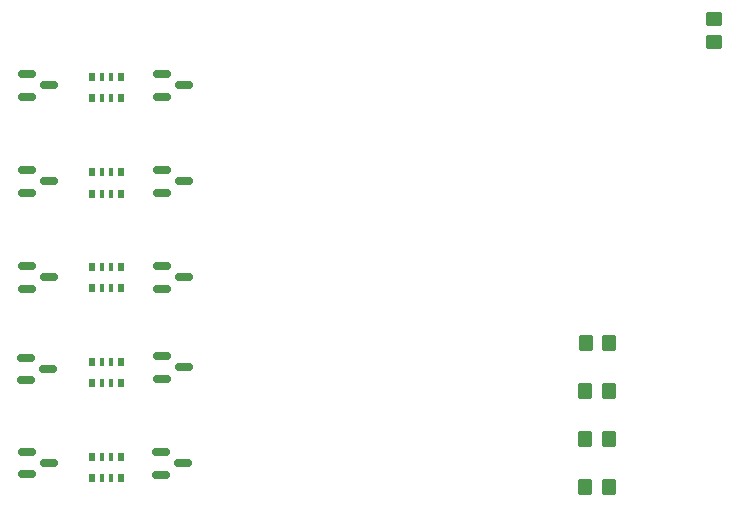
<source format=gbr>
%TF.GenerationSoftware,KiCad,Pcbnew,8.0.2*%
%TF.CreationDate,2025-03-07T16:53:29+01:00*%
%TF.ProjectId,pico-vga-devboard,7069636f-2d76-4676-912d-646576626f61,rev?*%
%TF.SameCoordinates,Original*%
%TF.FileFunction,Paste,Top*%
%TF.FilePolarity,Positive*%
%FSLAX46Y46*%
G04 Gerber Fmt 4.6, Leading zero omitted, Abs format (unit mm)*
G04 Created by KiCad (PCBNEW 8.0.2) date 2025-03-07 16:53:29*
%MOMM*%
%LPD*%
G01*
G04 APERTURE LIST*
G04 Aperture macros list*
%AMRoundRect*
0 Rectangle with rounded corners*
0 $1 Rounding radius*
0 $2 $3 $4 $5 $6 $7 $8 $9 X,Y pos of 4 corners*
0 Add a 4 corners polygon primitive as box body*
4,1,4,$2,$3,$4,$5,$6,$7,$8,$9,$2,$3,0*
0 Add four circle primitives for the rounded corners*
1,1,$1+$1,$2,$3*
1,1,$1+$1,$4,$5*
1,1,$1+$1,$6,$7*
1,1,$1+$1,$8,$9*
0 Add four rect primitives between the rounded corners*
20,1,$1+$1,$2,$3,$4,$5,0*
20,1,$1+$1,$4,$5,$6,$7,0*
20,1,$1+$1,$6,$7,$8,$9,0*
20,1,$1+$1,$8,$9,$2,$3,0*%
G04 Aperture macros list end*
%ADD10R,0.500000X0.800000*%
%ADD11R,0.400000X0.800000*%
%ADD12RoundRect,0.150000X-0.587500X-0.150000X0.587500X-0.150000X0.587500X0.150000X-0.587500X0.150000X0*%
%ADD13RoundRect,0.250000X-0.350000X-0.450000X0.350000X-0.450000X0.350000X0.450000X-0.350000X0.450000X0*%
%ADD14RoundRect,0.250000X0.450000X-0.350000X0.450000X0.350000X-0.450000X0.350000X-0.450000X-0.350000X0*%
G04 APERTURE END LIST*
D10*
%TO.C,RN3*%
X62802500Y-73874000D03*
D11*
X62002500Y-73874000D03*
X61202500Y-73874000D03*
D10*
X60402500Y-73874000D03*
X60402500Y-75674000D03*
D11*
X61202500Y-75674000D03*
X62002500Y-75674000D03*
D10*
X62802500Y-75674000D03*
%TD*%
D12*
%TO.C,Q2*%
X54882500Y-65664000D03*
X54882500Y-67564000D03*
X56757500Y-66614000D03*
%TD*%
D13*
%TO.C,R6*%
X102140000Y-88392000D03*
X104140000Y-88392000D03*
%TD*%
D12*
%TO.C,Q1*%
X54882500Y-57536000D03*
X54882500Y-59436000D03*
X56757500Y-58486000D03*
%TD*%
%TO.C,Q10*%
X66215500Y-89540000D03*
X66215500Y-91440000D03*
X68090500Y-90490000D03*
%TD*%
%TO.C,Q3*%
X54882500Y-73792000D03*
X54882500Y-75692000D03*
X56757500Y-74742000D03*
%TD*%
D10*
%TO.C,RN4*%
X62802500Y-81894000D03*
D11*
X62002500Y-81894000D03*
X61202500Y-81894000D03*
D10*
X60402500Y-81894000D03*
X60402500Y-83694000D03*
D11*
X61202500Y-83694000D03*
X62002500Y-83694000D03*
D10*
X62802500Y-83694000D03*
%TD*%
%TO.C,RN1*%
X62802500Y-57774000D03*
D11*
X62002500Y-57774000D03*
X61202500Y-57774000D03*
D10*
X60402500Y-57774000D03*
X60402500Y-59574000D03*
D11*
X61202500Y-59574000D03*
X62002500Y-59574000D03*
D10*
X62802500Y-59574000D03*
%TD*%
%TO.C,RN2*%
X62802500Y-65854000D03*
D11*
X62002500Y-65854000D03*
X61202500Y-65854000D03*
D10*
X60402500Y-65854000D03*
X60402500Y-67654000D03*
D11*
X61202500Y-67654000D03*
X62002500Y-67654000D03*
D10*
X62802500Y-67654000D03*
%TD*%
D12*
%TO.C,Q7*%
X66294000Y-65664000D03*
X66294000Y-67564000D03*
X68169000Y-66614000D03*
%TD*%
D13*
%TO.C,R4*%
X102172000Y-80264000D03*
X104172000Y-80264000D03*
%TD*%
D12*
%TO.C,Q6*%
X66294000Y-57536000D03*
X66294000Y-59436000D03*
X68169000Y-58486000D03*
%TD*%
%TO.C,Q8*%
X66294000Y-73792000D03*
X66294000Y-75692000D03*
X68169000Y-74742000D03*
%TD*%
D10*
%TO.C,RN5*%
X62802500Y-89914000D03*
D11*
X62002500Y-89914000D03*
X61202500Y-89914000D03*
D10*
X60402500Y-89914000D03*
X60402500Y-91714000D03*
D11*
X61202500Y-91714000D03*
X62002500Y-91714000D03*
D10*
X62802500Y-91714000D03*
%TD*%
D14*
%TO.C,R3*%
X113014000Y-54832000D03*
X113014000Y-52832000D03*
%TD*%
D12*
%TO.C,Q9*%
X66294000Y-81412000D03*
X66294000Y-83312000D03*
X68169000Y-82362000D03*
%TD*%
%TO.C,Q4*%
X54804000Y-81526000D03*
X54804000Y-83426000D03*
X56679000Y-82476000D03*
%TD*%
%TO.C,Q5*%
X54882500Y-89527000D03*
X54882500Y-91427000D03*
X56757500Y-90477000D03*
%TD*%
D13*
%TO.C,R7*%
X102108000Y-92456000D03*
X104108000Y-92456000D03*
%TD*%
%TO.C,R5*%
X102140000Y-84328000D03*
X104140000Y-84328000D03*
%TD*%
M02*

</source>
